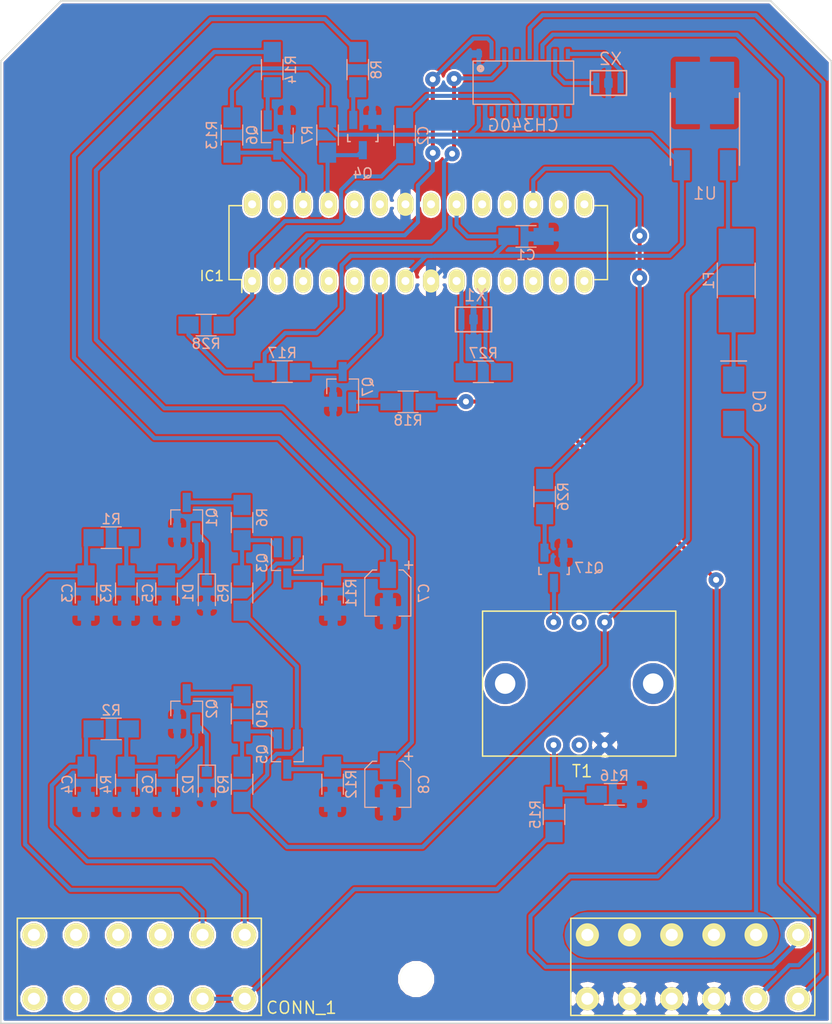
<source format=kicad_pcb>
(kicad_pcb (version 4) (host pcbnew 4.0.7-e2-6376~58~ubuntu16.04.1)
  (layers (0 F.Cu signal) (31 B.Cu signal) (34 B.Paste user) (35 F.Paste user) (36 B.SilkS user) (37 F.SilkS user) (38 B.Mask user) (39 F.Mask user) (44 Edge.Cuts user))
  (net 0 "")
  (net 1 GND)
  (net 2 "Net-(IC1-Pad4)")
  (net 3 "Net-(IC1-Pad5)")
  (net 4 "Net-(IC1-Pad6)")
  (net 5 "Net-(IC1-Pad9)")
  (net 6 "Net-(IC1-Pad10)")
  (net 7 "Net-(IC1-Pad11)")
  (net 8 "Net-(IC1-Pad12)")
  (net 9 "Net-(IC1-Pad13)")
  (net 10 "Net-(IC1-Pad14)")
  (net 11 "Net-(IC1-Pad15)")
  (net 12 "Net-(IC1-Pad16)")
  (net 13 "Net-(IC1-Pad17)")
  (net 14 "Net-(IC1-Pad18)")
  (net 15 "Net-(IC1-Pad19)")
  (net 16 "Net-(IC1-Pad21)")
  (net 17 "Net-(IC1-Pad23)")
  (net 18 "Net-(IC1-Pad24)")
  (net 19 "Net-(IC1-Pad25)")
  (net 20 "Net-(IC1-Pad26)")
  (net 21 "Net-(IC1-Pad27)")
  (net 22 "Net-(IC1-Pad28)")
  (net 23 "Net-(Q4-Pad1)")
  (net 24 "Net-(Q5-Pad1)")
  (net 25 "Net-(Q6-Pad1)")
  (net 26 "Net-(Q7-Pad1)")
  (net 27 "Net-(Q17-Pad1)")
  (net 28 "Net-(CONN_1-PadA6)")
  (net 29 "Net-(CONN_1-PadA5)")
  (net 30 "Net-(CONN_1-PadA4)")
  (net 31 +5V)
  (net 32 "Net-(CONN_1-PadA3)")
  (net 33 "Net-(CONN_1-PadA1)")
  (net 34 "Net-(CONN_1-PadB1)")
  (net 35 RXD)
  (net 36 "Net-(CONN_1-PadB6)")
  (net 37 TXD)
  (net 38 "Net-(C2-Pad1)")
  (net 39 "Net-(C2-Pad2)")
  (net 40 D-)
  (net 41 D+)
  (net 42 "Net-(D9-Pad1)")
  (net 43 "Net-(IC2-Pad4)")
  (net 44 "Net-(IC2-Pad7)")
  (net 45 "Net-(IC2-Pad8)")
  (net 46 "Net-(IC2-Pad15)")
  (net 47 "Net-(IC2-Pad14)")
  (net 48 "Net-(IC2-Pad12)")
  (net 49 "Net-(IC2-Pad11)")
  (net 50 "Net-(IC2-Pad10)")
  (net 51 "Net-(IC2-Pad9)")
  (net 52 "Net-(C3-Pad1)")
  (net 53 "Net-(C4-Pad1)")
  (net 54 "Net-(C5-Pad1)")
  (net 55 "Net-(C6-Pad1)")
  (net 56 "Net-(C7-Pad1)")
  (net 57 "Net-(C8-Pad1)")
  (net 58 "Net-(CONN_1-PadA7)")
  (net 59 "Net-(CONN_1-PadA8)")
  (net 60 "Net-(CONN_1-PadA9)")
  (net 61 "Net-(CONN_1-PadA10)")
  (net 62 "Net-(F1-Pad1)")
  (net 63 "Net-(Q1-Pad3)")
  (net 64 "Net-(Q2-Pad3)")
  (net 65 "Net-(Q3-Pad1)")
  (net 66 "Net-(Q17-Pad3)")
  (net 67 "Net-(R15-Pad1)")
  (net 68 "Net-(T1-Pad5)")
  (net 69 "Net-(T1-Pad2)")
  (module "flame-detect-pcb:DEUTSCH_CONN_(DTM13-12PA-12PB-R008)" (layer F.Cu) (at 146.431 137.672)
    (fp_text reference CONN_1 (at -11.3984 2.8508 180) (layer F.SilkS) (effects (font (size 1.2 1.2))))
    (fp_text value "DEUTSCH_CONN_(DTM13-12PA-12PB-R008)" hide)
    (pad A7 thru_hole circle (at -37.98 -4.39) (size 2.3 2.3) (drill 1.2) (layers *.Cu *.Mask F.SilkS) (net 58 "Net-(CONN_1-PadA7)"))
    (pad A6 thru_hole circle (at -37.98 1.96) (size 2.3 2.3) (drill 1.2) (layers *.Cu *.Mask F.SilkS) (net 28 "Net-(CONN_1-PadA6)"))
    (pad A8 thru_hole circle (at -33.79 -4.39) (size 2.3 2.3) (drill 1.2) (layers *.Cu *.Mask F.SilkS) (net 59 "Net-(CONN_1-PadA8)"))
    (pad A5 thru_hole circle (at -33.79 1.96) (size 2.3 2.3) (drill 1.2) (layers *.Cu *.Mask F.SilkS) (net 29 "Net-(CONN_1-PadA5)"))
    (pad A9 thru_hole circle (at -29.6 -4.39) (size 2.3 2.3) (drill 1.2) (layers *.Cu *.Mask F.SilkS) (net 60 "Net-(CONN_1-PadA9)"))
    (pad A4 thru_hole circle (at -29.6 1.96) (size 2.3 2.3) (drill 1.2) (layers *.Cu *.Mask F.SilkS) (net 30 "Net-(CONN_1-PadA4)"))
    (pad A10 thru_hole circle (at -25.41 -4.39) (size 2.3 2.3) (drill 1.2) (layers *.Cu *.Mask F.SilkS) (net 61 "Net-(CONN_1-PadA10)"))
    (pad A3 thru_hole circle (at -25.41 1.96) (size 2.3 2.3) (drill 1.2) (layers *.Cu *.Mask F.SilkS) (net 32 "Net-(CONN_1-PadA3)"))
    (pad A11 thru_hole circle (at -21.22 -4.39) (size 2.3 2.3) (drill 1.2) (layers *.Cu *.Mask F.SilkS) (net 52 "Net-(C3-Pad1)"))
    (pad A2 thru_hole circle (at -21.22 1.96) (size 2.3 2.3) (drill 1.2) (layers *.Cu *.Mask F.SilkS) (net 33 "Net-(CONN_1-PadA1)"))
    (pad A12 thru_hole circle (at -17.03 -4.39) (size 2.3 2.3) (drill 1.2) (layers *.Cu *.Mask F.SilkS) (net 53 "Net-(C4-Pad1)"))
    (pad A1 thru_hole circle (at -17.03 1.96) (size 2.3 2.3) (drill 1.2) (layers *.Cu *.Mask F.SilkS) (net 33 "Net-(CONN_1-PadA1)"))
    (pad B1 thru_hole circle (at 17.02 -4.39) (size 2.3 2.3) (drill 1.2) (layers *.Cu *.Mask F.SilkS) (net 34 "Net-(CONN_1-PadB1)"))
    (pad B12 thru_hole circle (at 17.02 1.96) (size 2.3 2.3) (drill 1.2) (layers *.Cu *.Mask F.SilkS) (net 1 GND))
    (pad B2 thru_hole circle (at 21.21 -4.39) (size 2.3 2.3) (drill 1.2) (layers *.Cu *.Mask F.SilkS) (net 34 "Net-(CONN_1-PadB1)"))
    (pad B11 thru_hole circle (at 21.21 1.96) (size 2.3 2.3) (drill 1.2) (layers *.Cu *.Mask F.SilkS) (net 1 GND))
    (pad B3 thru_hole circle (at 25.4 -4.39) (size 2.3 2.3) (drill 1.2) (layers *.Cu *.Mask F.SilkS) (net 34 "Net-(CONN_1-PadB1)"))
    (pad B10 thru_hole circle (at 25.4 1.96) (size 2.3 2.3) (drill 1.2) (layers *.Cu *.Mask F.SilkS) (net 1 GND))
    (pad B4 thru_hole circle (at 29.59 -4.39) (size 2.3 2.3) (drill 1.2) (layers *.Cu *.Mask F.SilkS) (net 34 "Net-(CONN_1-PadB1)"))
    (pad B9 thru_hole circle (at 29.59 1.96) (size 2.3 2.3) (drill 1.2) (layers *.Cu *.Mask F.SilkS) (net 1 GND))
    (pad B5 thru_hole circle (at 33.78 -4.39) (size 2.3 2.3) (drill 1.2) (layers *.Cu *.Mask F.SilkS) (net 34 "Net-(CONN_1-PadB1)"))
    (pad B8 thru_hole circle (at 33.78 1.96) (size 2.3 2.3) (drill 1.2) (layers *.Cu *.Mask F.SilkS) (net 40 D-))
    (pad B6 thru_hole circle (at 37.97 -4.39) (size 2.3 2.3) (drill 1.2) (layers *.Cu *.Mask F.SilkS) (net 36 "Net-(CONN_1-PadB6)"))
    (pad B7 thru_hole circle (at 37.97 1.96) (size 2.3 2.3) (drill 1.2) (layers *.Cu *.Mask F.SilkS) (net 41 D+))
    (pad "" np_thru_hole circle (at 0 0) (size 3.2 3.2) (drill 3.2) (layers *.Cu *.Mask F.SilkS))
  )
  (module TO_SOT_Packages_SMD:SOT-23_Handsoldering (layer B.Cu) (at 160.1326 96.8228)
    (fp_text reference Q17 (at 3.5 0) (layer B.SilkS) (effects (justify mirror)))
    (fp_text value MMBT2222)
    (pad 1 smd rect (at -0.95 -1.50114) (size 0.8001 1.80086) (layers B.Cu B.Paste B.Mask) (net 27 "Net-(Q17-Pad1)"))
    (pad 2 smd rect (at 0.95 -1.50114) (size 0.8001 1.80086) (layers B.Cu B.Paste B.Mask) (net 1 GND))
    (pad 3 smd rect (at 0 1.50114) (size 0.8001 1.80086) (layers B.Cu B.Paste B.Mask) (net 66 "Net-(Q17-Pad3)"))
  )
  (module TO_SOT_Packages_SMD:SOT-23_Handsoldering (layer B.Cu) (at 141.1326 53.8228)
    (fp_text reference Q4 (at 0 3.81) (layer B.SilkS) (effects (justify mirror)))
    (fp_text value MMBT2222)
    (pad 1 smd rect (at -0.95 -1.50114) (size 0.8001 1.80086) (layers B.Cu B.Paste B.Mask) (net 23 "Net-(Q4-Pad1)"))
    (pad 2 smd rect (at 0.95 -1.50114) (size 0.8001 1.80086) (layers B.Cu B.Paste B.Mask) (net 1 GND))
    (pad 3 smd rect (at 0 1.50114) (size 0.8001 1.80086) (layers B.Cu B.Paste B.Mask) (net 19 "Net-(IC1-Pad25)"))
  )
  (module Housings_DIP:DIP-28_W7.62mm_LongPads (layer F.Cu) (at 130.1326 68.3228 90)
    (fp_text reference IC1 (at 0.5 -4 180) (layer F.SilkS))
    (fp_text value ATMEGA328-P)
    (pad 1 thru_hole oval (at 0 0 90) (size 2.3 1.6) (drill 0.8) (layers *.Cu *.Mask F.SilkS) (net 38 "Net-(C2-Pad1)"))
    (pad 2 thru_hole oval (at 0 2.54 90) (size 2.3 1.6) (drill 0.8) (layers *.Cu *.Mask F.SilkS) (net 35 RXD))
    (pad 3 thru_hole oval (at 0 5.08 90) (size 2.3 1.6) (drill 0.8) (layers *.Cu *.Mask F.SilkS) (net 37 TXD))
    (pad 4 thru_hole oval (at 0 7.62 90) (size 2.3 1.6) (drill 0.8) (layers *.Cu *.Mask F.SilkS) (net 2 "Net-(IC1-Pad4)"))
    (pad 5 thru_hole oval (at 0 10.16 90) (size 2.3 1.6) (drill 0.8) (layers *.Cu *.Mask F.SilkS) (net 3 "Net-(IC1-Pad5)"))
    (pad 6 thru_hole oval (at 0 12.7 90) (size 2.3 1.6) (drill 0.8) (layers *.Cu *.Mask F.SilkS) (net 4 "Net-(IC1-Pad6)"))
    (pad 7 thru_hole oval (at 0 15.24 90) (size 2.3 1.6) (drill 0.8) (layers *.Cu *.Mask F.SilkS) (net 31 +5V))
    (pad 8 thru_hole oval (at 0 17.78 90) (size 2.3 1.6) (drill 0.8) (layers *.Cu *.Mask F.SilkS) (net 1 GND))
    (pad 9 thru_hole oval (at 0 20.32 90) (size 2.3 1.6) (drill 0.8) (layers *.Cu *.Mask F.SilkS) (net 5 "Net-(IC1-Pad9)"))
    (pad 10 thru_hole oval (at 0 22.86 90) (size 2.3 1.6) (drill 0.8) (layers *.Cu *.Mask F.SilkS) (net 6 "Net-(IC1-Pad10)"))
    (pad 11 thru_hole oval (at 0 25.4 90) (size 2.3 1.6) (drill 0.8) (layers *.Cu *.Mask F.SilkS) (net 7 "Net-(IC1-Pad11)"))
    (pad 12 thru_hole oval (at 0 27.94 90) (size 2.3 1.6) (drill 0.8) (layers *.Cu *.Mask F.SilkS) (net 8 "Net-(IC1-Pad12)"))
    (pad 13 thru_hole oval (at 0 30.48 90) (size 2.3 1.6) (drill 0.8) (layers *.Cu *.Mask F.SilkS) (net 9 "Net-(IC1-Pad13)"))
    (pad 14 thru_hole oval (at 0 33.02 90) (size 2.3 1.6) (drill 0.8) (layers *.Cu *.Mask F.SilkS) (net 10 "Net-(IC1-Pad14)"))
    (pad 15 thru_hole oval (at 7.62 33.02 90) (size 2.3 1.6) (drill 0.8) (layers *.Cu *.Mask F.SilkS) (net 11 "Net-(IC1-Pad15)"))
    (pad 16 thru_hole oval (at 7.62 30.48 90) (size 2.3 1.6) (drill 0.8) (layers *.Cu *.Mask F.SilkS) (net 12 "Net-(IC1-Pad16)"))
    (pad 17 thru_hole oval (at 7.62 27.94 90) (size 2.3 1.6) (drill 0.8) (layers *.Cu *.Mask F.SilkS) (net 13 "Net-(IC1-Pad17)"))
    (pad 18 thru_hole oval (at 7.62 25.4 90) (size 2.3 1.6) (drill 0.8) (layers *.Cu *.Mask F.SilkS) (net 14 "Net-(IC1-Pad18)"))
    (pad 19 thru_hole oval (at 7.62 22.86 90) (size 2.3 1.6) (drill 0.8) (layers *.Cu *.Mask F.SilkS) (net 15 "Net-(IC1-Pad19)"))
    (pad 20 thru_hole oval (at 7.62 20.32 90) (size 2.3 1.6) (drill 0.8) (layers *.Cu *.Mask F.SilkS) (net 31 +5V))
    (pad 21 thru_hole oval (at 7.62 17.78 90) (size 2.3 1.6) (drill 0.8) (layers *.Cu *.Mask F.SilkS) (net 16 "Net-(IC1-Pad21)"))
    (pad 22 thru_hole oval (at 7.62 15.24 90) (size 2.3 1.6) (drill 0.8) (layers *.Cu *.Mask F.SilkS) (net 1 GND))
    (pad 23 thru_hole oval (at 7.62 12.7 90) (size 2.3 1.6) (drill 0.8) (layers *.Cu *.Mask F.SilkS) (net 17 "Net-(IC1-Pad23)"))
    (pad 24 thru_hole oval (at 7.62 10.16 90) (size 2.3 1.6) (drill 0.8) (layers *.Cu *.Mask F.SilkS) (net 18 "Net-(IC1-Pad24)"))
    (pad 25 thru_hole oval (at 7.62 7.62 90) (size 2.3 1.6) (drill 0.8) (layers *.Cu *.Mask F.SilkS) (net 19 "Net-(IC1-Pad25)"))
    (pad 26 thru_hole oval (at 7.62 5.08 90) (size 2.3 1.6) (drill 0.8) (layers *.Cu *.Mask F.SilkS) (net 20 "Net-(IC1-Pad26)"))
    (pad 27 thru_hole oval (at 7.62 2.54 90) (size 2.3 1.6) (drill 0.8) (layers *.Cu *.Mask F.SilkS) (net 21 "Net-(IC1-Pad27)"))
    (pad 28 thru_hole oval (at 7.62 0 90) (size 2.3 1.6) (drill 0.8) (layers *.Cu *.Mask F.SilkS) (net 22 "Net-(IC1-Pad28)"))
  )
  (module "flame-detect-pcb:SCHOTTKY_(PMEG3030EP,115)" (layer B.Cu) (at 177.9826 80.2728 270)
    (fp_text reference D9 (at 0 -2.6 270) (layer B.SilkS) (effects (font (size 1.2 1.2)) (justify mirror)))
    (fp_text value D_Schottky hide)
    (pad 1 smd rect (at -2.2 0 270) (size 2.5 2.1) (layers B.Cu B.Paste B.Mask) (net 42 "Net-(D9-Pad1)"))
    (pad 2 smd rect (at 2.2 0 270) (size 2.5 2.1) (layers B.Cu B.Paste B.Mask) (net 34 "Net-(CONN_1-PadB1)"))
  )
  (module "flame-detect-pcb:REGULATOR_(NCV7805BDTRKG)" (layer B.Cu) (at 175.1326 56.8228 180)
    (fp_text reference U1 (at 0 -2.8 180) (layer B.SilkS) (effects (font (size 1.2 1.2)) (justify mirror)))
    (fp_text value NCV7805BDTRKG hide)
    (pad 1 smd rect (at -2.29 0 180) (size 1.6 3) (layers B.Cu B.Paste B.Mask) (net 62 "Net-(F1-Pad1)"))
    (pad 2 smd rect (at 0 7.18 180) (size 5.8 6.2) (layers B.Cu B.Paste B.Mask) (net 1 GND))
    (pad 3 smd rect (at 2.29 0 180) (size 1.6 3) (layers B.Cu B.Paste B.Mask) (net 31 +5V))
  )
  (module "flame-detect-pcb:RESONATOR_(CSTCE16M0V53C-R0)" (layer B.Cu) (at 152.1326 72.1428)
    (fp_text reference X1 (at 0.2 -2.4) (layer B.SilkS) (effects (font (size 1.2 1.2)) (justify mirror)))
    (fp_text value Crystal_GND2 hide)
    (pad 1 smd rect (at -1.2 0) (size 0.6 2) (layers B.Cu B.Paste B.Mask) (net 5 "Net-(IC1-Pad9)"))
    (pad 2 smd rect (at 0 0) (size 0.6 2) (layers B.Cu B.Paste B.Mask) (net 1 GND))
    (pad 3 smd rect (at 1.2 0) (size 0.6 2) (layers B.Cu B.Paste B.Mask) (net 6 "Net-(IC1-Pad10)"))
  )
  (module "flame-detect-pcb:R_1206_HandSoldering_(narrow)" (layer B.Cu) (at 157.3526 63.8928)
    (fp_text reference C1 (at 0 1.85) (layer B.SilkS) (effects (justify mirror)))
    (fp_text value 0.1uF)
    (pad 1 smd rect (at -1.75 0) (size 2 1.7) (layers B.Cu B.Paste B.Mask) (net 31 +5V))
    (pad 2 smd rect (at 1.75 0) (size 2 1.7) (layers B.Cu B.Paste B.Mask) (net 1 GND))
  )
  (module "flame-detect-pcb:R_1206_HandSoldering_(narrow)" (layer B.Cu) (at 145.2926 53.8728 90)
    (fp_text reference C2 (at 0 1.85 90) (layer B.SilkS) (effects (justify mirror)))
    (fp_text value 0.1uF)
    (pad 1 smd rect (at -1.75 0 90) (size 2 1.7) (layers B.Cu B.Paste B.Mask) (net 38 "Net-(C2-Pad1)"))
    (pad 2 smd rect (at 1.75 0 90) (size 2 1.7) (layers B.Cu B.Paste B.Mask) (net 39 "Net-(C2-Pad2)"))
  )
  (module Resistors_SMD:R_1812_HandSoldering (layer B.Cu) (at 178.2426 68.2728 270)
    (fp_text reference F1 (at 0 2.72 270) (layer B.SilkS) (effects (justify mirror)))
    (fp_text value Polyfuse)
    (pad 1 smd rect (at -3.4 0 270) (size 3.5 3.5) (layers B.Cu B.Paste B.Mask) (net 62 "Net-(F1-Pad1)"))
    (pad 2 smd rect (at 3.4 0 270) (size 3.5 3.5) (layers B.Cu B.Paste B.Mask) (net 42 "Net-(D9-Pad1)"))
  )
  (module flame-detect-pcb:CH340G (layer B.Cu) (at 157.0826 48.6128)
    (fp_text reference IC2 hide)
    (fp_text value CH340G (at 0 4.25) (layer B.SilkS) (effects (font (size 1.2 1.2)) (justify mirror)))
    (pad 1 smd rect (at -4.425 -2.845 180) (size 0.4 1) (layers B.Cu B.Paste B.Mask) (net 1 GND))
    (pad 2 smd rect (at -3.16 -2.845 180) (size 0.4 1) (layers B.Cu B.Paste B.Mask) (net 35 RXD))
    (pad 3 smd rect (at -1.895 -2.845 180) (size 0.4 1) (layers B.Cu B.Paste B.Mask) (net 37 TXD))
    (pad 4 smd rect (at -0.63 -2.845 180) (size 0.4 1) (layers B.Cu B.Paste B.Mask) (net 43 "Net-(IC2-Pad4)"))
    (pad 5 smd rect (at 0.635 -2.845 180) (size 0.4 1) (layers B.Cu B.Paste B.Mask) (net 41 D+))
    (pad 6 smd rect (at 1.9 -2.845 180) (size 0.4 1) (layers B.Cu B.Paste B.Mask) (net 40 D-))
    (pad 7 smd rect (at 3.165 -2.845 180) (size 0.4 1) (layers B.Cu B.Paste B.Mask) (net 44 "Net-(IC2-Pad7)"))
    (pad 8 smd rect (at 4.43 -2.845 180) (size 0.4 1) (layers B.Cu B.Paste B.Mask) (net 45 "Net-(IC2-Pad8)"))
    (pad 16 smd rect (at -4.425 2.855 180) (size 0.4 1) (layers B.Cu B.Paste B.Mask) (net 31 +5V))
    (pad 15 smd rect (at -3.16 2.855 180) (size 0.4 1) (layers B.Cu B.Paste B.Mask) (net 46 "Net-(IC2-Pad15)"))
    (pad 14 smd rect (at -1.895 2.855 180) (size 0.4 1) (layers B.Cu B.Paste B.Mask) (net 47 "Net-(IC2-Pad14)"))
    (pad 13 smd rect (at -0.63 2.855 180) (size 0.4 1) (layers B.Cu B.Paste B.Mask) (net 39 "Net-(C2-Pad2)"))
    (pad 12 smd rect (at 0.635 2.855 180) (size 0.4 1) (layers B.Cu B.Paste B.Mask) (net 48 "Net-(IC2-Pad12)"))
    (pad 11 smd rect (at 1.9 2.855 180) (size 0.4 1) (layers B.Cu B.Paste B.Mask) (net 49 "Net-(IC2-Pad11)"))
    (pad 10 smd rect (at 3.165 2.855 180) (size 0.4 1) (layers B.Cu B.Paste B.Mask) (net 50 "Net-(IC2-Pad10)"))
    (pad 9 smd rect (at 4.43 2.855 180) (size 0.4 1) (layers B.Cu B.Paste B.Mask) (net 51 "Net-(IC2-Pad9)"))
  )
  (module "flame-detect-pcb:R_1206_HandSoldering_(narrow)" (layer B.Cu) (at 137.6326 53.8228 90)
    (fp_text reference R7 (at 0 -2 90) (layer B.SilkS) (effects (justify mirror)))
    (fp_text value 10k)
    (pad 1 smd rect (at -1.75 0 90) (size 2 1.7) (layers B.Cu B.Paste B.Mask) (net 19 "Net-(IC1-Pad25)"))
    (pad 2 smd rect (at 1.75 0 90) (size 2 1.7) (layers B.Cu B.Paste B.Mask) (net 31 +5V))
  )
  (module "flame-detect-pcb:R_1206_HandSoldering_(narrow)" (layer B.Cu) (at 140.6326 47.3228 90)
    (fp_text reference R8 (at 0 1.85 90) (layer B.SilkS) (effects (justify mirror)))
    (fp_text value 10k)
    (pad 1 smd rect (at -1.75 0 90) (size 2 1.7) (layers B.Cu B.Paste B.Mask) (net 23 "Net-(Q4-Pad1)"))
    (pad 2 smd rect (at 1.75 0 90) (size 2 1.7) (layers B.Cu B.Paste B.Mask) (net 56 "Net-(C7-Pad1)"))
  )
  (module "flame-detect-pcb:R_1206_HandSoldering_(narrow)" (layer B.Cu) (at 159.2026 89.7428 90)
    (fp_text reference R26 (at 0 1.85 90) (layer B.SilkS) (effects (justify mirror)))
    (fp_text value 680)
    (pad 1 smd rect (at -1.75 0 90) (size 2 1.7) (layers B.Cu B.Paste B.Mask) (net 27 "Net-(Q17-Pad1)"))
    (pad 2 smd rect (at 1.75 0 90) (size 2 1.7) (layers B.Cu B.Paste B.Mask) (net 13 "Net-(IC1-Pad17)"))
  )
  (module "flame-detect-pcb:R_1206_HandSoldering_(narrow)" (layer B.Cu) (at 153.1126 77.3428 180)
    (fp_text reference R27 (at 0 1.85 180) (layer B.SilkS) (effects (justify mirror)))
    (fp_text value 1M)
    (pad 1 smd rect (at -1.75 0 180) (size 2 1.7) (layers B.Cu B.Paste B.Mask) (net 6 "Net-(IC1-Pad10)"))
    (pad 2 smd rect (at 1.75 0 180) (size 2 1.7) (layers B.Cu B.Paste B.Mask) (net 5 "Net-(IC1-Pad9)"))
  )
  (module "flame-detect-pcb:R_1206_HandSoldering_(narrow)" (layer B.Cu) (at 125.5626 72.7028)
    (fp_text reference R28 (at 0 1.85) (layer B.SilkS) (effects (justify mirror)))
    (fp_text value 1k)
    (pad 1 smd rect (at -1.75 0) (size 2 1.7) (layers B.Cu B.Paste B.Mask) (net 31 +5V))
    (pad 2 smd rect (at 1.75 0) (size 2 1.7) (layers B.Cu B.Paste B.Mask) (net 38 "Net-(C2-Pad1)"))
  )
  (module "flame-detect-pcb:RESONATOR_(CSTCE16M0V53C-R0)" (layer B.Cu) (at 165.5426 48.6528)
    (fp_text reference X2 (at 0.2 -2.4) (layer B.SilkS) (effects (font (size 1.2 1.2)) (justify mirror)))
    (fp_text value Crystal_GND2 hide)
    (pad 1 smd rect (at -1.2 0) (size 0.6 2) (layers B.Cu B.Paste B.Mask) (net 44 "Net-(IC2-Pad7)"))
    (pad 2 smd rect (at 0 0) (size 0.6 2) (layers B.Cu B.Paste B.Mask) (net 1 GND))
    (pad 3 smd rect (at 1.2 0) (size 0.6 2) (layers B.Cu B.Paste B.Mask) (net 45 "Net-(IC2-Pad8)"))
  )
  (module "flame-detect-pcb:R_1206_HandSoldering_(narrow)" (layer B.Cu) (at 113.6326 99.3228 270)
    (fp_text reference C3 (at 0 1.85 270) (layer B.SilkS) (effects (justify mirror)))
    (fp_text value 0.01uF)
    (pad 1 smd rect (at -1.75 0 270) (size 2 1.7) (layers B.Cu B.Paste B.Mask) (net 52 "Net-(C3-Pad1)"))
    (pad 2 smd rect (at 1.75 0 270) (size 2 1.7) (layers B.Cu B.Paste B.Mask) (net 1 GND))
  )
  (module "flame-detect-pcb:R_1206_HandSoldering_(narrow)" (layer B.Cu) (at 113.6326 118.3228 270)
    (fp_text reference C4 (at 0 1.85 270) (layer B.SilkS) (effects (justify mirror)))
    (fp_text value 0.01uF)
    (pad 1 smd rect (at -1.75 0 270) (size 2 1.7) (layers B.Cu B.Paste B.Mask) (net 53 "Net-(C4-Pad1)"))
    (pad 2 smd rect (at 1.75 0 270) (size 2 1.7) (layers B.Cu B.Paste B.Mask) (net 1 GND))
  )
  (module "flame-detect-pcb:R_1206_HandSoldering_(narrow)" (layer B.Cu) (at 121.6326 99.3228 270)
    (fp_text reference C5 (at 0 1.85 270) (layer B.SilkS) (effects (justify mirror)))
    (fp_text value 0.033uF)
    (pad 1 smd rect (at -1.75 0 270) (size 2 1.7) (layers B.Cu B.Paste B.Mask) (net 54 "Net-(C5-Pad1)"))
    (pad 2 smd rect (at 1.75 0 270) (size 2 1.7) (layers B.Cu B.Paste B.Mask) (net 1 GND))
  )
  (module "flame-detect-pcb:R_1206_HandSoldering_(narrow)" (layer B.Cu) (at 121.6326 118.3228 270)
    (fp_text reference C6 (at 0 1.85 270) (layer B.SilkS) (effects (justify mirror)))
    (fp_text value 0.033uF)
    (pad 1 smd rect (at -1.75 0 270) (size 2 1.7) (layers B.Cu B.Paste B.Mask) (net 55 "Net-(C6-Pad1)"))
    (pad 2 smd rect (at 1.75 0 270) (size 2 1.7) (layers B.Cu B.Paste B.Mask) (net 1 GND))
  )
  (module Capacitors_SMD:CP_Elec_4x4.5 (layer B.Cu) (at 143.6326 99.3228 270)
    (fp_text reference C7 (at 0 -3.58 450) (layer B.SilkS) (effects (justify mirror)))
    (fp_text value 10uF)
    (fp_text user + (at -2.78 -1.99 450) (layer B.SilkS) (effects (justify mirror)))
    (pad 1 smd rect (at -1.8 0 90) (size 2.6 1.6) (layers B.Cu B.Paste B.Mask) (net 56 "Net-(C7-Pad1)"))
    (pad 2 smd rect (at 1.8 0 90) (size 2.6 1.6) (layers B.Cu B.Paste B.Mask) (net 1 GND))
  )
  (module Capacitors_SMD:CP_Elec_4x4.5 (layer B.Cu) (at 143.6326 118.3228 270)
    (fp_text reference C8 (at 0 -3.58 450) (layer B.SilkS) (effects (justify mirror)))
    (fp_text value 10uF)
    (fp_text user + (at -2.78 -1.99 450) (layer B.SilkS) (effects (justify mirror)))
    (pad 1 smd rect (at -1.8 0 90) (size 2.6 1.6) (layers B.Cu B.Paste B.Mask) (net 57 "Net-(C8-Pad1)"))
    (pad 2 smd rect (at 1.8 0 90) (size 2.6 1.6) (layers B.Cu B.Paste B.Mask) (net 1 GND))
  )
  (module Diodes_SMD:D_SOD-323_HandSoldering (layer B.Cu) (at 125.6326 99.3228 270)
    (fp_text reference D1 (at 0 1.85 270) (layer B.SilkS) (effects (justify mirror)))
    (fp_text value 4148)
    (pad 1 smd rect (at -1.25 0 270) (size 1 1) (layers B.Cu B.Paste B.Mask) (net 54 "Net-(C5-Pad1)"))
    (pad 2 smd rect (at 1.25 0 270) (size 1 1) (layers B.Cu B.Paste B.Mask) (net 1 GND))
  )
  (module Diodes_SMD:D_SOD-323_HandSoldering (layer B.Cu) (at 125.6326 118.3228 270)
    (fp_text reference D2 (at 0 1.85 270) (layer B.SilkS) (effects (justify mirror)))
    (fp_text value 4148)
    (pad 1 smd rect (at -1.25 0 270) (size 1 1) (layers B.Cu B.Paste B.Mask) (net 55 "Net-(C6-Pad1)"))
    (pad 2 smd rect (at 1.25 0 270) (size 1 1) (layers B.Cu B.Paste B.Mask) (net 1 GND))
  )
  (module TO_SOT_Packages_SMD:SOT-23_Handsoldering (layer B.Cu) (at 123.6326 91.8228 90)
    (fp_text reference Q1 (at 0 2.5 90) (layer B.SilkS) (effects (justify mirror)))
    (fp_text value MMBT2222)
    (pad 1 smd rect (at -1.5 0.95 90) (size 1.9 0.8) (layers B.Cu B.Paste B.Mask) (net 54 "Net-(C5-Pad1)"))
    (pad 2 smd rect (at -1.5 -0.95 90) (size 1.9 0.8) (layers B.Cu B.Paste B.Mask) (net 1 GND))
    (pad 3 smd rect (at 1.5 0 90) (size 1.9 0.8) (layers B.Cu B.Paste B.Mask) (net 63 "Net-(Q1-Pad3)"))
  )
  (module TO_SOT_Packages_SMD:SOT-23_Handsoldering (layer B.Cu) (at 123.6326 110.8228 90)
    (fp_text reference Q2 (at 0 2.5 90) (layer B.SilkS) (effects (justify mirror)))
    (fp_text value MMBT2222)
    (pad 1 smd rect (at -1.5 0.95 90) (size 1.9 0.8) (layers B.Cu B.Paste B.Mask) (net 55 "Net-(C6-Pad1)"))
    (pad 2 smd rect (at -1.5 -0.95 90) (size 1.9 0.8) (layers B.Cu B.Paste B.Mask) (net 1 GND))
    (pad 3 smd rect (at 1.5 0 90) (size 1.9 0.8) (layers B.Cu B.Paste B.Mask) (net 64 "Net-(Q2-Pad3)"))
  )
  (module TO_SOT_Packages_SMD:SOT-23_Handsoldering (layer B.Cu) (at 133.6326 96.3228 270)
    (fp_text reference Q3 (at 0 2.5 270) (layer B.SilkS) (effects (justify mirror)))
    (fp_text value MMBT2907)
    (pad 1 smd rect (at -1.5 0.95 270) (size 1.9 0.8) (layers B.Cu B.Paste B.Mask) (net 65 "Net-(Q3-Pad1)"))
    (pad 2 smd rect (at -1.5 -0.95 270) (size 1.9 0.8) (layers B.Cu B.Paste B.Mask) (net 62 "Net-(F1-Pad1)"))
    (pad 3 smd rect (at 1.5 0 270) (size 1.9 0.8) (layers B.Cu B.Paste B.Mask) (net 56 "Net-(C7-Pad1)"))
  )
  (module TO_SOT_Packages_SMD:SOT-23_Handsoldering (layer B.Cu) (at 133.6326 115.3228 270)
    (fp_text reference Q5 (at 0 2.5 270) (layer B.SilkS) (effects (justify mirror)))
    (fp_text value MMBT2907)
    (pad 1 smd rect (at -1.5 0.95 270) (size 1.9 0.8) (layers B.Cu B.Paste B.Mask) (net 24 "Net-(Q5-Pad1)"))
    (pad 2 smd rect (at -1.5 -0.95 270) (size 1.9 0.8) (layers B.Cu B.Paste B.Mask) (net 62 "Net-(F1-Pad1)"))
    (pad 3 smd rect (at 1.5 0 270) (size 1.9 0.8) (layers B.Cu B.Paste B.Mask) (net 57 "Net-(C8-Pad1)"))
  )
  (module TO_SOT_Packages_SMD:SOT-23_Handsoldering (layer B.Cu) (at 132.6326 53.8228 270)
    (fp_text reference Q6 (at 0 2.5 270) (layer B.SilkS) (effects (justify mirror)))
    (fp_text value MMBT2222)
    (pad 1 smd rect (at -1.5 0.95 270) (size 1.9 0.8) (layers B.Cu B.Paste B.Mask) (net 25 "Net-(Q6-Pad1)"))
    (pad 2 smd rect (at -1.5 -0.95 270) (size 1.9 0.8) (layers B.Cu B.Paste B.Mask) (net 1 GND))
    (pad 3 smd rect (at 1.5 0 270) (size 1.9 0.8) (layers B.Cu B.Paste B.Mask) (net 20 "Net-(IC1-Pad26)"))
  )
  (module TO_SOT_Packages_SMD:SOT-23_Handsoldering (layer B.Cu) (at 139.1326 78.8228 90)
    (fp_text reference Q7 (at 0 2.5 90) (layer B.SilkS) (effects (justify mirror)))
    (fp_text value MMBT2222)
    (pad 1 smd rect (at -1.5 0.95 90) (size 1.9 0.8) (layers B.Cu B.Paste B.Mask) (net 26 "Net-(Q7-Pad1)"))
    (pad 2 smd rect (at -1.5 -0.95 90) (size 1.9 0.8) (layers B.Cu B.Paste B.Mask) (net 1 GND))
    (pad 3 smd rect (at 1.5 0 90) (size 1.9 0.8) (layers B.Cu B.Paste B.Mask) (net 4 "Net-(IC1-Pad6)"))
  )
  (module "flame-detect-pcb:R_1206_HandSoldering_(narrow)" (layer B.Cu) (at 116.1326 93.8228 180)
    (fp_text reference R1 (at 0 1.85 180) (layer B.SilkS) (effects (justify mirror)))
    (fp_text value 500k)
    (pad 1 smd rect (at -1.75 0 180) (size 2 1.7) (layers B.Cu B.Paste B.Mask) (net 54 "Net-(C5-Pad1)"))
    (pad 2 smd rect (at 1.75 0 180) (size 2 1.7) (layers B.Cu B.Paste B.Mask) (net 52 "Net-(C3-Pad1)"))
  )
  (module "flame-detect-pcb:R_1206_HandSoldering_(narrow)" (layer B.Cu) (at 116.1326 112.8228 180)
    (fp_text reference R2 (at 0 1.85 180) (layer B.SilkS) (effects (justify mirror)))
    (fp_text value 500k)
    (pad 1 smd rect (at -1.75 0 180) (size 2 1.7) (layers B.Cu B.Paste B.Mask) (net 55 "Net-(C6-Pad1)"))
    (pad 2 smd rect (at 1.75 0 180) (size 2 1.7) (layers B.Cu B.Paste B.Mask) (net 53 "Net-(C4-Pad1)"))
  )
  (module "flame-detect-pcb:R_1206_HandSoldering_(narrow)" (layer B.Cu) (at 117.6326 99.3228 90)
    (fp_text reference R3 (at 0 -2 90) (layer B.SilkS) (effects (justify mirror)))
    (fp_text value 10M)
    (pad 1 smd rect (at -1.75 0 90) (size 2 1.7) (layers B.Cu B.Paste B.Mask) (net 1 GND))
    (pad 2 smd rect (at 1.75 0 90) (size 2 1.7) (layers B.Cu B.Paste B.Mask) (net 54 "Net-(C5-Pad1)"))
  )
  (module "flame-detect-pcb:R_1206_HandSoldering_(narrow)" (layer B.Cu) (at 117.6326 118.3228 90)
    (fp_text reference R4 (at 0 -2 90) (layer B.SilkS) (effects (justify mirror)))
    (fp_text value 10M)
    (pad 1 smd rect (at -1.75 0 90) (size 2 1.7) (layers B.Cu B.Paste B.Mask) (net 1 GND))
    (pad 2 smd rect (at 1.75 0 90) (size 2 1.7) (layers B.Cu B.Paste B.Mask) (net 55 "Net-(C6-Pad1)"))
  )
  (module "flame-detect-pcb:R_1206_HandSoldering_(narrow)" (layer B.Cu) (at 129.1326 99.3228 270)
    (fp_text reference R5 (at 0 1.85 270) (layer B.SilkS) (effects (justify mirror)))
    (fp_text value 100k)
    (pad 1 smd rect (at -1.75 0 270) (size 2 1.7) (layers B.Cu B.Paste B.Mask) (net 65 "Net-(Q3-Pad1)"))
    (pad 2 smd rect (at 1.75 0 270) (size 2 1.7) (layers B.Cu B.Paste B.Mask) (net 62 "Net-(F1-Pad1)"))
  )
  (module "flame-detect-pcb:R_1206_HandSoldering_(narrow)" (layer B.Cu) (at 129.1326 92.3228 270)
    (fp_text reference R6 (at -0.5 -2 270) (layer B.SilkS) (effects (justify mirror)))
    (fp_text value 10k)
    (pad 1 smd rect (at -1.75 0 270) (size 2 1.7) (layers B.Cu B.Paste B.Mask) (net 63 "Net-(Q1-Pad3)"))
    (pad 2 smd rect (at 1.75 0 270) (size 2 1.7) (layers B.Cu B.Paste B.Mask) (net 65 "Net-(Q3-Pad1)"))
  )
  (module "flame-detect-pcb:R_1206_HandSoldering_(narrow)" (layer B.Cu) (at 129.1326 118.3228 270)
    (fp_text reference R9 (at 0 1.85 270) (layer B.SilkS) (effects (justify mirror)))
    (fp_text value 100k)
    (pad 1 smd rect (at -1.75 0 270) (size 2 1.7) (layers B.Cu B.Paste B.Mask) (net 24 "Net-(Q5-Pad1)"))
    (pad 2 smd rect (at 1.75 0 270) (size 2 1.7) (layers B.Cu B.Paste B.Mask) (net 62 "Net-(F1-Pad1)"))
  )
  (module "flame-detect-pcb:R_1206_HandSoldering_(narrow)" (layer B.Cu) (at 129.1326 111.3228 270)
    (fp_text reference R10 (at 0 -2 270) (layer B.SilkS) (effects (justify mirror)))
    (fp_text value 10k)
    (pad 1 smd rect (at -1.75 0 270) (size 2 1.7) (layers B.Cu B.Paste B.Mask) (net 64 "Net-(Q2-Pad3)"))
    (pad 2 smd rect (at 1.75 0 270) (size 2 1.7) (layers B.Cu B.Paste B.Mask) (net 24 "Net-(Q5-Pad1)"))
  )
  (module "flame-detect-pcb:R_1206_HandSoldering_(narrow)" (layer B.Cu) (at 138.1326 99.3228 90)
    (fp_text reference R11 (at 0 1.85 90) (layer B.SilkS) (effects (justify mirror)))
    (fp_text value 10k)
    (pad 1 smd rect (at -1.75 0 90) (size 2 1.7) (layers B.Cu B.Paste B.Mask) (net 1 GND))
    (pad 2 smd rect (at 1.75 0 90) (size 2 1.7) (layers B.Cu B.Paste B.Mask) (net 56 "Net-(C7-Pad1)"))
  )
  (module "flame-detect-pcb:R_1206_HandSoldering_(narrow)" (layer B.Cu) (at 138.1326 118.3228 90)
    (fp_text reference R12 (at 0 1.85 90) (layer B.SilkS) (effects (justify mirror)))
    (fp_text value 10k)
    (pad 1 smd rect (at -1.75 0 90) (size 2 1.7) (layers B.Cu B.Paste B.Mask) (net 1 GND))
    (pad 2 smd rect (at 1.75 0 90) (size 2 1.7) (layers B.Cu B.Paste B.Mask) (net 57 "Net-(C8-Pad1)"))
  )
  (module "flame-detect-pcb:R_1206_HandSoldering_(narrow)" (layer B.Cu) (at 128.1326 53.8228 90)
    (fp_text reference R13 (at 0 -2 90) (layer B.SilkS) (effects (justify mirror)))
    (fp_text value 10k)
    (pad 1 smd rect (at -1.75 0 90) (size 2 1.7) (layers B.Cu B.Paste B.Mask) (net 20 "Net-(IC1-Pad26)"))
    (pad 2 smd rect (at 1.75 0 90) (size 2 1.7) (layers B.Cu B.Paste B.Mask) (net 31 +5V))
  )
  (module "flame-detect-pcb:R_1206_HandSoldering_(narrow)" (layer B.Cu) (at 132.1326 47.3228 90)
    (fp_text reference R14 (at 0 1.85 90) (layer B.SilkS) (effects (justify mirror)))
    (fp_text value 10k)
    (pad 1 smd rect (at -1.75 0 90) (size 2 1.7) (layers B.Cu B.Paste B.Mask) (net 25 "Net-(Q6-Pad1)"))
    (pad 2 smd rect (at 1.75 0 90) (size 2 1.7) (layers B.Cu B.Paste B.Mask) (net 57 "Net-(C8-Pad1)"))
  )
  (module "flame-detect-pcb:R_1206_HandSoldering_(narrow)" (layer B.Cu) (at 160.1326 121.3228 270)
    (fp_text reference R15 (at 0 1.85 270) (layer B.SilkS) (effects (justify mirror)))
    (fp_text value 10k)
    (pad 1 smd rect (at -1.75 0 270) (size 2 1.7) (layers B.Cu B.Paste B.Mask) (net 67 "Net-(R15-Pad1)"))
    (pad 2 smd rect (at 1.75 0 270) (size 2 1.7) (layers B.Cu B.Paste B.Mask) (net 33 "Net-(CONN_1-PadA1)"))
  )
  (module "flame-detect-pcb:R_1206_HandSoldering_(narrow)" (layer B.Cu) (at 166.1326 119.3228 180)
    (fp_text reference R16 (at 0 1.85 180) (layer B.SilkS) (effects (justify mirror)))
    (fp_text value 10M)
    (pad 1 smd rect (at -1.75 0 180) (size 2 1.7) (layers B.Cu B.Paste B.Mask) (net 1 GND))
    (pad 2 smd rect (at 1.75 0 180) (size 2 1.7) (layers B.Cu B.Paste B.Mask) (net 67 "Net-(R15-Pad1)"))
  )
  (module "flame-detect-pcb:R_1206_HandSoldering_(narrow)" (layer B.Cu) (at 133.1326 77.3228 180)
    (fp_text reference R17 (at 0 1.85 180) (layer B.SilkS) (effects (justify mirror)))
    (fp_text value 10k)
    (pad 1 smd rect (at -1.75 0 180) (size 2 1.7) (layers B.Cu B.Paste B.Mask) (net 4 "Net-(IC1-Pad6)"))
    (pad 2 smd rect (at 1.75 0 180) (size 2 1.7) (layers B.Cu B.Paste B.Mask) (net 31 +5V))
  )
  (module "flame-detect-pcb:R_1206_HandSoldering_(narrow)" (layer B.Cu) (at 145.6326 80.3228)
    (fp_text reference R18 (at 0 1.85) (layer B.SilkS) (effects (justify mirror)))
    (fp_text value 10k)
    (pad 1 smd rect (at -1.75 0) (size 2 1.7) (layers B.Cu B.Paste B.Mask) (net 26 "Net-(Q7-Pad1)"))
    (pad 2 smd rect (at 1.75 0) (size 2 1.7) (layers B.Cu B.Paste B.Mask) (net 36 "Net-(CONN_1-PadB6)"))
  )
  (module "flame-detect-pcb:TRANSFORMER_(42TL013-RC)" (layer F.Cu) (at 162.6326 108.3228)
    (fp_text reference T1 (at 0.3 8.7 180) (layer F.SilkS) (effects (font (size 1.2 1.2))))
    (fp_text value "TRANSFORMER_(42TL013-RC)" hide)
    (pad 8 thru_hole circle (at -7.3533 0) (size 4.064 4.064) (drill 2.032) (layers *.Cu *.Mask))
    (pad 6 thru_hole circle (at -2.54 -6.095) (size 1.5 1.5) (drill 0.6) (layers *.Cu *.Mask) (net 66 "Net-(Q17-Pad3)"))
    (pad 1 thru_hole circle (at -2.54 6.095) (size 1.5 1.5) (drill 0.6) (layers *.Cu *.Mask) (net 67 "Net-(R15-Pad1)"))
    (pad 5 thru_hole circle (at 0 -6.095) (size 1.5 1.5) (drill 0.6) (layers *.Cu *.Mask) (net 68 "Net-(T1-Pad5)"))
    (pad 2 thru_hole circle (at 0 6.095) (size 1.5 1.5) (drill 0.6) (layers *.Cu *.Mask) (net 69 "Net-(T1-Pad2)"))
    (pad 4 thru_hole circle (at 2.54 -6.095) (size 1.5 1.5) (drill 0.6) (layers *.Cu *.Mask) (net 62 "Net-(F1-Pad1)"))
    (pad 3 thru_hole circle (at 2.54 6.095) (size 1.5 1.5) (drill 0.6) (layers *.Cu *.Mask) (net 1 GND))
    (pad 7 thru_hole circle (at 7.3533 0) (size 4.064 4.064) (drill 2.032) (layers *.Cu *.Mask))
  )
  (gr_line (start 187.706 46.482) (end 181.656 40.482) (angle 90) (layer Edge.Cuts) (width 0.15))
  (gr_line (start 105.156 46.482) (end 111.156 40.482) (angle 90) (layer Edge.Cuts) (width 0.15))
  (gr_line (start 111.156 40.482) (end 181.656 40.482) (angle 90) (layer Edge.Cuts) (width 0.15))
  (gr_line (start 105.156 142.082) (end 187.706 142.082) (angle 90) (layer Edge.Cuts) (width 0.15))
  (gr_line (start 187.706 46.482) (end 187.706 142.082) (angle 90) (layer Edge.Cuts) (width 0.15))
  (gr_line (start 105.156 46.482) (end 105.156 142.082) (angle 90) (layer Edge.Cuts) (width 0.15))
  (segment (start 152.1326 72.1428) (end 152.1326 70.2628) (width 0.4) (layer B.Cu) (net 1))
  (segment (start 152.1326 70.2628) (end 151.7126 69.8428) (width 0.4) (layer B.Cu) (net 1))
  (segment (start 151.7126 69.8428) (end 151.7126 67.3028) (width 0.4) (layer B.Cu) (net 1))
  (segment (start 151.7126 67.3028) (end 150.8826 66.4728) (width 0.4) (layer B.Cu) (net 1))
  (segment (start 150.8826 66.4728) (end 149.7626 66.4728) (width 0.4) (layer B.Cu) (net 1))
  (segment (start 149.7626 66.4728) (end 147.9126 68.3228) (width 0.4) (layer B.Cu) (net 1))
  (segment (start 139.1326 77.3228) (end 142.8326 73.6228) (width 0.4) (layer B.Cu) (net 4))
  (segment (start 142.8326 73.6228) (end 142.8326 68.3228) (width 0.4) (layer B.Cu) (net 4))
  (segment (start 134.8826 77.3228) (end 139.1326 77.3228) (width 0.4) (layer B.Cu) (net 4))
  (segment (start 142.8326 68.3228) (end 142.6326 68.5228) (width 0.4) (layer B.Cu) (net 4))
  (segment (start 150.4526 68.3228) (end 150.9326 68.8028) (width 0.4) (layer B.Cu) (net 5))
  (segment (start 150.9326 68.8028) (end 150.9326 72.1428) (width 0.4) (layer B.Cu) (net 5))
  (segment (start 150.9326 72.1428) (end 150.9326 76.4428) (width 0.4) (layer B.Cu) (net 5))
  (segment (start 150.9326 76.4428) (end 151.1326 76.6428) (width 0.4) (layer B.Cu) (net 5))
  (segment (start 153.3326 72.1428) (end 153.3326 68.6628) (width 0.4) (layer B.Cu) (net 6))
  (segment (start 153.3326 68.6628) (end 152.9926 68.3228) (width 0.4) (layer B.Cu) (net 6))
  (segment (start 154.8826 77.3228) (end 153.3326 75.7728) (width 0.4) (layer B.Cu) (net 6))
  (segment (start 153.3326 75.7728) (end 153.3326 72.1428) (width 0.4) (layer B.Cu) (net 6))
  (segment (start 154.8326 77.3228) (end 155.1326 77.3228) (width 0.4) (layer B.Cu) (net 6))
  (segment (start 160.6126 60.7028) (end 160.6126 61.0828) (width 0.4) (layer B.Cu) (net 12))
  (segment (start 159.2026 87.9928) (end 168.6426 78.5528) (width 0.4) (layer B.Cu) (net 13))
  (segment (start 158.0726 58.3128) (end 158.0726 60.7028) (width 0.4) (layer B.Cu) (net 13))
  (segment (start 159.2226 57.1628) (end 158.0726 58.3128) (width 0.4) (layer B.Cu) (net 13))
  (segment (start 165.8026 57.1628) (end 159.2226 57.1628) (width 0.4) (layer B.Cu) (net 13))
  (segment (start 168.6426 60.0028) (end 165.8026 57.1628) (width 0.4) (layer B.Cu) (net 13))
  (segment (start 168.6426 63.8328) (end 168.6426 60.0028) (width 0.4) (layer B.Cu) (net 13))
  (via (at 168.6426 63.8328) (size 1.5) (drill 0.6) (layers F.Cu B.Cu) (net 13))
  (segment (start 168.6426 68.0128) (end 168.6426 63.8328) (width 0.4) (layer F.Cu) (net 13))
  (via (at 168.6426 68.0128) (size 1.5) (drill 0.6) (layers F.Cu B.Cu) (net 13))
  (segment (start 168.6426 78.5528) (end 168.6426 68.0128) (width 0.4) (layer B.Cu) (net 13))
  (segment (start 137.6326 55.8228) (end 140.63374 55.8228) (width 0.4) (layer B.Cu) (net 19))
  (segment (start 140.63374 55.8228) (end 141.1326 55.32394) (width 0.4) (layer B.Cu) (net 19))
  (segment (start 137.6326 55.8228) (end 137.6326 60.5828) (width 0.4) (layer B.Cu) (net 19))
  (segment (start 137.6326 60.5828) (end 137.7526 60.7028) (width 0.4) (layer B.Cu) (net 19))
  (segment (start 135.2126 60.7028) (end 135.2126 57.9028) (width 0.4) (layer B.Cu) (net 20))
  (segment (start 135.2126 57.9028) (end 132.6326 55.3228) (width 0.4) (layer B.Cu) (net 20))
  (segment (start 128.1326 55.5728) (end 132.3826 55.5728) (width 0.4) (layer B.Cu) (net 20))
  (segment (start 132.3826 55.5728) (end 132.6326 55.3228) (width 0.4) (layer B.Cu) (net 20))
  (segment (start 140.1826 52.32166) (end 140.1826 49.7728) (width 0.4) (layer B.Cu) (net 23))
  (segment (start 140.1826 49.7728) (end 140.6326 49.3228) (width 0.4) (layer B.Cu) (net 23))
  (segment (start 129.1326 116.5728) (end 129.1326 113.0728) (width 0.4) (layer B.Cu) (net 24))
  (segment (start 129.1326 113.0728) (end 131.9326 113.0728) (width 0.4) (layer B.Cu) (net 24))
  (segment (start 131.9326 113.0728) (end 132.6826 113.8228) (width 0.4) (layer B.Cu) (net 24))
  (segment (start 131.6826 52.3228) (end 131.6826 49.5228) (width 0.4) (layer B.Cu) (net 25))
  (segment (start 131.6826 49.5228) (end 132.1326 49.0728) (width 0.4) (layer B.Cu) (net 25))
  (segment (start 131.6826 49.5228) (end 132.1326 49.0728) (width 0.4) (layer B.Cu) (net 25))
  (segment (start 140.0826 80.3228) (end 143.8826 80.3228) (width 0.4) (layer B.Cu) (net 26))
  (segment (start 159.2026 91.4928) (end 159.2026 94.8328) (width 0.4) (layer B.Cu) (net 27))
  (segment (start 159.2026 94.8328) (end 159.5926 95.2228) (width 0.4) (layer B.Cu) (net 27))
  (segment (start 159.1826 95.32166) (end 159.3826 95.12166) (width 0.4) (layer B.Cu) (net 27))
  (segment (start 112.641 139.632) (end 111.8318 139.632) (width 0.4) (layer F.Cu) (net 29))
  (segment (start 116.831 139.632) (end 115.8118 139.632) (width 0.4) (layer F.Cu) (net 30))
  (segment (start 147.9826 65.8228) (end 139.9526 65.8228) (width 0.4) (layer B.Cu) (net 31))
  (segment (start 131.3826 75.5328) (end 131.3826 77.3228) (width 0.4) (layer B.Cu) (net 31))
  (segment (start 133.4226 73.4928) (end 131.3826 75.5328) (width 0.4) (layer B.Cu) (net 31))
  (segment (start 136.5526 73.4928) (end 133.4226 73.4928) (width 0.4) (layer B.Cu) (net 31))
  (segment (start 139.0226 71.0228) (end 136.5526 73.4928) (width 0.4) (layer B.Cu) (net 31))
  (segment (start 139.0226 66.7528) (end 139.0226 71.0228) (width 0.4) (layer B.Cu) (net 31))
  (segment (start 139.9526 65.8228) (end 139.0226 66.7528) (width 0.4) (layer B.Cu) (net 31))
  (segment (start 131.3826 77.3228) (end 127.4526 77.3228) (width 0.4) (layer B.Cu) (net 31))
  (segment (start 127.4526 77.3228) (end 123.8126 73.6828) (width 0.4) (layer B.Cu) (net 31))
  (segment (start 123.8126 73.6828) (end 123.8126 72.7028) (width 0.4) (layer B.Cu) (net 31))
  (segment (start 128.1326 52.0728) (end 128.1326 49.3428) (width 0.4) (layer B.Cu) (net 31))
  (segment (start 128.1326 49.3428) (end 130.2726 47.2028) (width 0.4) (layer B.Cu) (net 31))
  (segment (start 130.2726 47.2028) (end 135.8626 47.2028) (width 0.4) (layer B.Cu) (net 31))
  (segment (start 135.8626 47.2028) (end 137.6326 48.9728) (width 0.4) (layer B.Cu) (net 31))
  (segment (start 137.6326 48.9728) (end 137.6326 52.0728) (width 0.4) (layer B.Cu) (net 31))
  (segment (start 155.6026 63.8928) (end 151.5526 63.8928) (width 0.4) (layer B.Cu) (net 31))
  (segment (start 150.4526 62.7928) (end 150.4526 60.7028) (width 0.4) (layer B.Cu) (net 31))
  (segment (start 151.5526 63.8928) (end 150.4526 62.7928) (width 0.4) (layer B.Cu) (net 31))
  (segment (start 155.6026 63.8928) (end 155.6026 64.3828) (width 0.4) (layer B.Cu) (net 31))
  (segment (start 155.6026 64.3828) (end 154.1626 65.8228) (width 0.4) (layer B.Cu) (net 31))
  (segment (start 152.6576 51.4678) (end 152.6576 52.8978) (width 0.4) (layer B.Cu) (net 31))
  (segment (start 152.6576 52.8978) (end 151.7726 53.7828) (width 0.4) (layer B.Cu) (net 31))
  (segment (start 145.3726 68.3228) (end 145.3726 67.8828) (width 0.4) (layer B.Cu) (net 31))
  (segment (start 145.3726 67.8828) (end 147.4326 65.8228) (width 0.4) (layer B.Cu) (net 31))
  (segment (start 147.4326 65.8228) (end 147.9826 65.8228) (width 0.4) (layer B.Cu) (net 31))
  (segment (start 147.9826 65.8228) (end 148.2826 65.8228) (width 0.4) (layer B.Cu) (net 31))
  (segment (start 172.8426 64.6128) (end 172.8426 56.8228) (width 0.4) (layer B.Cu) (net 31))
  (segment (start 148.2826 65.8228) (end 154.1626 65.8228) (width 0.4) (layer B.Cu) (net 31))
  (segment (start 154.1626 65.8228) (end 171.6326 65.8228) (width 0.4) (layer B.Cu) (net 31))
  (segment (start 171.6326 65.8228) (end 172.8426 64.6128) (width 0.4) (layer B.Cu) (net 31))
  (segment (start 145.3726 68.3228) (end 145.3726 68.5628) (width 0.4) (layer B.Cu) (net 31))
  (segment (start 172.3626 57.3028) (end 172.8426 56.8228) (width 0.4) (layer B.Cu) (net 31))
  (segment (start 137.6326 51.8228) (end 137.6326 52.8328) (width 0.4) (layer B.Cu) (net 31))
  (segment (start 137.6326 52.8328) (end 138.5826 53.7828) (width 0.4) (layer B.Cu) (net 31))
  (segment (start 172.8426 56.8228) (end 169.8026 53.7828) (width 0.4) (layer B.Cu) (net 31))
  (segment (start 162.6926 53.7828) (end 155.6826 53.7828) (width 0.4) (layer B.Cu) (net 31))
  (segment (start 169.8026 53.7828) (end 162.6926 53.7828) (width 0.4) (layer B.Cu) (net 31))
  (segment (start 155.6826 53.7828) (end 151.7726 53.7828) (width 0.4) (layer B.Cu) (net 31))
  (segment (start 151.7726 53.7828) (end 147.9326 53.7828) (width 0.4) (layer B.Cu) (net 31))
  (segment (start 147.9326 53.7828) (end 147.7126 53.7828) (width 0.4) (layer B.Cu) (net 31))
  (segment (start 147.7126 53.7828) (end 138.5826 53.7828) (width 0.4) (layer B.Cu) (net 31))
  (segment (start 121.021 139.632) (end 121.021 138.9612) (width 0.4) (layer F.Cu) (net 32))
  (segment (start 129.401 139.632) (end 125.211 139.632) (width 0.4) (layer B.Cu) (net 33))
  (segment (start 160.1326 123.0728) (end 154.4626 128.7428) (width 0.4) (layer B.Cu) (net 33))
  (segment (start 140.2902 128.7428) (end 129.401 139.632) (width 0.4) (layer B.Cu) (net 33))
  (segment (start 154.4626 128.7428) (end 140.2902 128.7428) (width 0.4) (layer B.Cu) (net 33))
  (segment (start 180.211 133.282) (end 180.211 84.7012) (width 0.4) (layer B.Cu) (net 34))
  (segment (start 180.211 84.7012) (end 177.9826 82.4728) (width 0.4) (layer B.Cu) (net 34))
  (segment (start 180.211 133.282) (end 176.021 133.282) (width 4.5) (layer B.Cu) (net 34))
  (segment (start 176.021 133.282) (end 171.831 133.282) (width 4.5) (layer B.Cu) (net 34))
  (segment (start 171.831 133.282) (end 167.641 133.282) (width 4.5) (layer B.Cu) (net 34))
  (segment (start 163.451 133.282) (end 167.641 133.282) (width 4.5) (layer B.Cu) (net 34))
  (segment (start 163.451 133.282) (end 180.211 133.282) (width 4.5) (layer B.Cu) (net 34))
  (segment (start 148.0926 55.5928) (end 148.0926 48.7928) (width 0.4) (layer F.Cu) (net 35))
  (segment (start 132.6726 66.7028) (end 135.5926 63.7828) (width 0.4) (layer B.Cu) (net 35))
  (via (at 148.0926 55.5928) (size 1.5) (drill 0.6) (layers F.Cu B.Cu) (net 35))
  (segment (start 148.0926 57.3428) (end 148.0926 55.5928) (width 0.4) (layer B.Cu) (net 35))
  (segment (start 146.6126 58.8228) (end 148.0926 57.3428) (width 0.4) (layer B.Cu) (net 35))
  (segment (start 146.6126 62.4728) (end 146.6126 58.8228) (width 0.4) (layer B.Cu) (net 35))
  (segment (start 145.3026 63.7828) (end 146.6126 62.4728) (width 0.4) (layer B.Cu) (net 35))
  (segment (start 135.5926 63.7828) (end 145.3026 63.7828) (width 0.4) (layer B.Cu) (net 35))
  (segment (start 132.6726 68.3228) (end 132.6726 66.7028) (width 0.4) (layer B.Cu) (net 35))
  (segment (start 153.9226 44.6228) (end 153.9226 45.7678) (width 0.4) (layer B.Cu) (net 35))
  (segment (start 153.5326 44.2328) (end 153.9226 44.6228) (width 0.4) (layer B.Cu) (net 35))
  (segment (start 152.1326 44.2328) (end 153.5326 44.2328) (width 0.4) (layer B.Cu) (net 35))
  (segment (start 148.0826 48.2828) (end 152.1326 44.2328) (width 0.4) (layer B.Cu) (net 35))
  (via (at 148.0826 48.2828) (size 1.5) (drill 0.6) (layers F.Cu B.Cu) (net 35))
  (segment (start 148.0826 48.7828) (end 148.0826 48.2828) (width 0.4) (layer F.Cu) (net 35))
  (segment (start 148.0926 48.7928) (end 148.0826 48.7828) (width 0.4) (layer F.Cu) (net 35))
  (segment (start 176.2926 107.3428) (end 176.2926 98.0628) (width 0.4) (layer B.Cu) (net 36))
  (segment (start 151.3626 80.3228) (end 147.3826 80.3228) (width 0.4) (layer B.Cu) (net 36))
  (segment (start 151.3826 80.3028) (end 151.3626 80.3228) (width 0.4) (layer B.Cu) (net 36))
  (via (at 151.3826 80.3028) (size 1.5) (drill 0.6) (layers F.Cu B.Cu) (net 36))
  (segment (start 158.5326 80.3028) (end 151.3826 80.3028) (width 0.4) (layer F.Cu) (net 36))
  (segment (start 176.2426 98.0128) (end 158.5326 80.3028) (width 0.4) (layer F.Cu) (net 36))
  (via (at 176.2426 98.0128) (size 1.5) (drill 0.6) (layers F.Cu B.Cu) (net 36))
  (segment (start 176.2926 98.0628) (end 176.2426 98.0128) (width 0.4) (layer B.Cu) (net 36))
  (segment (start 184.401 133.9544) (end 181.8926 136.4628) (width 0.4) (layer B.Cu) (net 36))
  (segment (start 176.2926 121.6128) (end 176.2926 107.3428) (width 0.4) (layer B.Cu) (net 36))
  (segment (start 176.2926 107.3428) (end 176.2926 107.2128) (width 0.4) (layer B.Cu) (net 36))
  (segment (start 170.4226 127.4828) (end 176.2926 121.6128) (width 0.4) (layer B.Cu) (net 36))
  (segment (start 161.7126 127.4828) (end 170.4226 127.4828) (width 0.4) (layer B.Cu) (net 36))
  (segment (start 157.7926 131.4028) (end 161.7126 127.4828) (width 0.4) (layer B.Cu) (net 36))
  (segment (start 157.7926 134.9428) (end 157.7926 131.4028) (width 0.4) (layer B.Cu) (net 36))
  (segment (start 159.3126 136.4628) (end 157.7926 134.9428) (width 0.4) (layer B.Cu) (net 36))
  (segment (start 181.8926 136.4628) (end 159.3126 136.4628) (width 0.4) (layer B.Cu) (net 36))
  (segment (start 184.401 133.282) (end 184.401 133.9544) (width 0.4) (layer B.Cu) (net 36))
  (segment (start 149.2026 63.1328) (end 149.2026 56.4928) (width 0.4) (layer B.Cu) (net 37))
  (segment (start 135.2126 66.0728) (end 136.8626 64.4228) (width 0.4) (layer B.Cu) (net 37))
  (segment (start 135.2126 68.3228) (end 135.2126 66.0728) (width 0.4) (layer B.Cu) (net 37))
  (segment (start 136.8626 64.4228) (end 147.9126 64.4228) (width 0.4) (layer B.Cu) (net 37))
  (segment (start 147.9126 64.4228) (end 149.2026 63.1328) (width 0.4) (layer B.Cu) (net 37))
  (segment (start 155.1876 46.9578) (end 155.1876 45.7678) (width 0.4) (layer B.Cu) (net 37))
  (segment (start 153.9526 48.1928) (end 155.1876 46.9578) (width 0.4) (layer B.Cu) (net 37))
  (segment (start 150.2326 48.1928) (end 153.9526 48.1928) (width 0.4) (layer B.Cu) (net 37))
  (segment (start 150.2026 48.2228) (end 150.2326 48.1928) (width 0.4) (layer B.Cu) (net 37))
  (via (at 150.2026 48.2228) (size 1.5) (drill 0.6) (layers F.Cu B.Cu) (net 37))
  (segment (start 150.2026 55.4928) (end 150.2026 48.2228) (width 0.4) (layer F.Cu) (net 37))
  (segment (start 150.0126 55.6828) (end 150.2026 55.4928) (width 0.4) (layer F.Cu) (net 37))
  (via (at 150.0126 55.6828) (size 1.5) (drill 0.6) (layers F.Cu B.Cu) (net 37))
  (segment (start 149.2026 56.4928) (end 150.0126 55.6828) (width 0.4) (layer B.Cu) (net 37))
  (segment (start 127.3126 72.7028) (end 130.1326 69.8828) (width 0.4) (layer B.Cu) (net 38))
  (segment (start 130.1326 69.8828) (end 130.1326 68.3228) (width 0.4) (layer B.Cu) (net 38))
  (segment (start 130.1326 68.3228) (end 130.1326 65.6228) (width 0.4) (layer B.Cu) (net 38))
  (segment (start 142.9826 57.9328) (end 145.2926 55.6228) (width 0.4) (layer B.Cu) (net 38))
  (segment (start 140.3026 57.9328) (end 142.9826 57.9328) (width 0.4) (layer B.Cu) (net 38))
  (segment (start 138.9726 59.2628) (end 140.3026 57.9328) (width 0.4) (layer B.Cu) (net 38))
  (segment (start 138.9726 62.2028) (end 138.9726 59.2628) (width 0.4) (layer B.Cu) (net 38))
  (segment (start 138.8026 62.3728) (end 138.9726 62.2028) (width 0.4) (layer B.Cu) (net 38))
  (segment (start 133.3826 62.3728) (end 138.8026 62.3728) (width 0.4) (layer B.Cu) (net 38))
  (segment (start 130.1326 65.6228) (end 133.3826 62.3728) (width 0.4) (layer B.Cu) (net 38))
  (segment (start 145.2926 52.1228) (end 147.4826 49.9328) (width 0.4) (layer B.Cu) (net 39))
  (segment (start 156.4526 50.5828) (end 156.4526 51.4678) (width 0.4) (layer B.Cu) (net 39))
  (segment (start 155.8026 49.9328) (end 156.4526 50.5828) (width 0.4) (layer B.Cu) (net 39))
  (segment (start 147.4826 49.9328) (end 155.8026 49.9328) (width 0.4) (layer B.Cu) (net 39))
  (segment (start 180.211 139.632) (end 180.211 139.5944) (width 0.4) (layer B.Cu) (net 40))
  (segment (start 180.211 139.5944) (end 183.5126 136.2928) (width 0.4) (layer B.Cu) (net 40))
  (segment (start 183.5126 136.2928) (end 184.4426 136.2928) (width 0.4) (layer B.Cu) (net 40))
  (segment (start 184.4426 136.2928) (end 186.0226 134.7128) (width 0.4) (layer B.Cu) (net 40))
  (segment (start 186.0226 134.7128) (end 186.0226 131.4928) (width 0.4) (layer B.Cu) (net 40))
  (segment (start 186.0226 131.4928) (end 182.6726 128.1428) (width 0.4) (layer B.Cu) (net 40))
  (segment (start 182.6726 128.1428) (end 182.6726 48.2128) (width 0.4) (layer B.Cu) (net 40))
  (segment (start 182.6726 48.2128) (end 178.3126 43.8528) (width 0.4) (layer B.Cu) (net 40))
  (segment (start 178.3126 43.8528) (end 160.0026 43.8528) (width 0.4) (layer B.Cu) (net 40))
  (segment (start 160.0026 43.8528) (end 158.9826 44.8728) (width 0.4) (layer B.Cu) (net 40))
  (segment (start 158.9826 44.8728) (end 158.9826 45.7678) (width 0.4) (layer B.Cu) (net 40))
  (segment (start 184.401 139.632) (end 186.9026 137.1304) (width 0.4) (layer B.Cu) (net 41))
  (segment (start 157.7176 43.1778) (end 157.7176 45.7678) (width 0.4) (layer B.Cu) (net 41))
  (segment (start 158.9826 41.9128) (end 157.7176 43.1778) (width 0.4) (layer B.Cu) (net 41))
  (segment (start 180.1726 41.9128) (end 158.9826 41.9128) (width 0.4) (layer B.Cu) (net 41))
  (segment (start 186.9026 48.6428) (end 180.1726 41.9128) (width 0.4) (layer B.Cu) (net 41))
  (segment (start 186.9026 137.1304) (end 186.9026 48.6428) (width 0.4) (layer B.Cu) (net 41))
  (segment (start 178.2426 71.6728) (end 177.9826 71.9328) (width 0.4) (layer B.Cu) (net 42))
  (segment (start 177.9826 71.9328) (end 177.9826 78.0728) (width 0.4) (layer B.Cu) (net 42))
  (segment (start 164.3426 48.6528) (end 161.1726 48.6528) (width 0.4) (layer B.Cu) (net 44))
  (segment (start 160.2476 47.7278) (end 160.2476 45.7678) (width 0.4) (layer B.Cu) (net 44))
  (segment (start 161.1726 48.6528) (end 160.2476 47.7278) (width 0.4) (layer B.Cu) (net 44))
  (segment (start 166.7426 48.6528) (end 166.7426 47.3828) (width 0.4) (layer B.Cu) (net 45))
  (segment (start 165.1276 45.7678) (end 161.5126 45.7678) (width 0.4) (layer B.Cu) (net 45))
  (segment (start 166.7426 47.3828) (end 165.1276 45.7678) (width 0.4) (layer B.Cu) (net 45))
  (segment (start 114.3826 93.8228) (end 113.6326 94.5728) (width 0.4) (layer B.Cu) (net 52))
  (segment (start 113.6326 94.5728) (end 113.6326 97.5728) (width 0.4) (layer B.Cu) (net 52))
  (segment (start 125.211 133.282) (end 125.211 130.9812) (width 0.4) (layer B.Cu) (net 52))
  (segment (start 109.8326 97.5728) (end 113.6326 97.5728) (width 0.4) (layer B.Cu) (net 52))
  (segment (start 107.5726 99.8328) (end 109.8326 97.5728) (width 0.4) (layer B.Cu) (net 52))
  (segment (start 107.5726 124.2828) (end 107.5726 99.8328) (width 0.4) (layer B.Cu) (net 52))
  (segment (start 112.1026 128.8128) (end 107.5726 124.2828) (width 0.4) (layer B.Cu) (net 52))
  (segment (start 123.0426 128.8128) (end 112.1026 128.8128) (width 0.4) (layer B.Cu) (net 52))
  (segment (start 125.211 130.9812) (end 123.0426 128.8128) (width 0.4) (layer B.Cu) (net 52))
  (segment (start 114.3826 112.8228) (end 113.6326 113.5728) (width 0.4) (layer B.Cu) (net 53))
  (segment (start 113.6326 113.5728) (end 113.6326 116.5728) (width 0.4) (layer B.Cu) (net 53))
  (segment (start 129.401 133.282) (end 129.401 129.1412) (width 0.4) (layer B.Cu) (net 53))
  (segment (start 112.0826 116.5728) (end 113.6326 116.5728) (width 0.4) (layer B.Cu) (net 53))
  (segment (start 110.2326 118.4228) (end 112.0826 116.5728) (width 0.4) (layer B.Cu) (net 53))
  (segment (start 110.2326 122.4628) (end 110.2326 118.4228) (width 0.4) (layer B.Cu) (net 53))
  (segment (start 113.7426 125.9728) (end 110.2326 122.4628) (width 0.4) (layer B.Cu) (net 53))
  (segment (start 126.2326 125.9728) (end 113.7426 125.9728) (width 0.4) (layer B.Cu) (net 53))
  (segment (start 129.401 129.1412) (end 126.2326 125.9728) (width 0.4) (layer B.Cu) (net 53))
  (segment (start 125.6326 98.0728) (end 125.6326 94.3728) (width 0.4) (layer B.Cu) (net 54))
  (segment (start 125.6326 94.3728) (end 124.5826 93.3228) (width 0.4) (layer B.Cu) (net 54))
  (segment (start 121.6326 97.5728) (end 122.9426 97.5728) (width 0.4) (layer B.Cu) (net 54))
  (segment (start 124.5826 95.9328) (end 124.5826 93.3228) (width 0.4) (layer B.Cu) (net 54))
  (segment (start 122.9426 97.5728) (end 124.5826 95.9328) (width 0.4) (layer B.Cu) (net 54))
  (segment (start 117.6326 97.5728) (end 121.6326 97.5728) (width 0.4) (layer B.Cu) (net 54))
  (segment (start 117.6326 97.5728) (end 117.6326 94.0728) (width 0.4) (layer B.Cu) (net 54))
  (segment (start 117.6326 94.0728) (end 117.8826 93.8228) (width 0.4) (layer B.Cu) (net 54))
  (segment (start 125.6326 117.0728) (end 125.6326 113.3728) (width 0.4) (layer B.Cu) (net 55))
  (segment (start 125.6326 113.3728) (end 124.5826 112.3228) (width 0.4) (layer B.Cu) (net 55))
  (segment (start 121.6326 116.5728) (end 122.6226 116.5728) (width 0.4) (layer B.Cu) (net 55))
  (segment (start 124.5826 114.6128) (end 124.5826 112.3228) (width 0.4) (layer B.Cu) (net 55))
  (segment (start 122.6226 116.5728) (end 124.5826 114.6128) (width 0.4) (layer B.Cu) (net 55))
  (segment (start 121.6326 116.5728) (end 117.6326 116.5728) (width 0.4) (layer B.Cu) (net 55))
  (segment (start 117.8826 112.8228) (end 117.6326 113.0728) (width 0.4) (layer B.Cu) (net 55))
  (segment (start 117.6326 113.0728) (end 117.6326 116.5728) (width 0.4) (layer B.Cu) (net 55))
  (segment (start 120.2276 48.0878) (end 126.0126 42.3028) (width 0.4) (layer B.Cu) (net 56))
  (segment (start 137.3626 42.3028) (end 140.6326 45.5728) (width 0.4) (layer B.Cu) (net 56))
  (segment (start 126.0126 42.3028) (end 137.3626 42.3028) (width 0.4) (layer B.Cu) (net 56))
  (segment (start 120.4226 83.9328) (end 112.4326 75.9428) (width 0.4) (layer B.Cu) (net 56))
  (segment (start 112.4326 75.9428) (end 112.4326 55.8828) (width 0.4) (layer B.Cu) (net 56))
  (segment (start 112.4326 55.8828) (end 120.2276 48.0878) (width 0.4) (layer B.Cu) (net 56))
  (segment (start 120.2276 48.0878) (end 120.2626 48.0528) (width 0.4) (layer B.Cu) (net 56))
  (segment (start 143.6326 97.5228) (end 143.6326 94.7928) (width 0.4) (layer B.Cu) (net 56))
  (segment (start 143.6326 94.7928) (end 132.7726 83.9328) (width 0.4) (layer B.Cu) (net 56))
  (segment (start 132.7726 83.9328) (end 120.4226 83.9328) (width 0.4) (layer B.Cu) (net 56))
  (segment (start 143.6326 97.5228) (end 138.1826 97.5228) (width 0.4) (layer B.Cu) (net 56))
  (segment (start 138.1826 97.5228) (end 138.1326 97.5728) (width 0.4) (layer B.Cu) (net 56))
  (segment (start 133.6326 97.8228) (end 137.8826 97.8228) (width 0.4) (layer B.Cu) (net 56))
  (segment (start 137.8826 97.8228) (end 138.1326 97.5728) (width 0.4) (layer B.Cu) (net 56))
  (segment (start 140.1726 45.3228) (end 140.6326 45.3228) (width 0.4) (layer B.Cu) (net 56))
  (segment (start 140.1426 45.3228) (end 140.6326 45.3228) (width 0.4) (layer B.Cu) (net 56))
  (segment (start 118.1826 77.7328) (end 114.6126 74.1628) (width 0.4) (layer B.Cu) (net 57))
  (segment (start 146.0126 114.1428) (end 146.0126 93.8128) (width 0.4) (layer B.Cu) (net 57))
  (segment (start 146.0126 93.8128) (end 133.1726 80.9728) (width 0.4) (layer B.Cu) (net 57))
  (segment (start 133.1726 80.9728) (end 121.4226 80.9728) (width 0.4) (layer B.Cu) (net 57))
  (segment (start 121.4226 80.9728) (end 118.1826 77.7328) (width 0.4) (layer B.Cu) (net 57))
  (segment (start 143.6326 116.5228) (end 146.0126 114.1428) (width 0.4) (layer B.Cu) (net 57))
  (segment (start 126.3726 45.5728) (end 132.1326 45.5728) (width 0.4) (layer B.Cu) (net 57))
  (segment (start 114.6126 57.3328) (end 126.3726 45.5728) (width 0.4) (layer B.Cu) (net 57))
  (segment (start 114.6126 74.1628) (end 114.6126 57.3328) (width 0.4) (layer B.Cu) (net 57))
  (segment (start 143.6326 116.5228) (end 138.1826 116.5228) (width 0.4) (layer B.Cu) (net 57))
  (segment (start 138.1826 116.5228) (end 138.1326 116.5728) (width 0.4) (layer B.Cu) (net 57))
  (segment (start 133.6326 116.8228) (end 137.8826 116.8228) (width 0.4) (layer B.Cu) (net 57))
  (segment (start 137.8826 116.8228) (end 138.1326 116.5728) (width 0.4) (layer B.Cu) (net 57))
  (segment (start 165.1726 102.2278) (end 165.1726 106.4528) (width 0.4) (layer B.Cu) (net 62))
  (segment (start 133.6126 124.5528) (end 129.1326 120.0728) (width 0.4) (layer B.Cu) (net 62))
  (segment (start 147.0726 124.5528) (end 133.6126 124.5528) (width 0.4) (layer B.Cu) (net 62))
  (segment (start 165.1726 106.4528) (end 147.0726 124.5528) (width 0.4) (layer B.Cu) (net 62))
  (segment (start 165.1726 102.2278) (end 173.4426 93.9578) (width 0.4) (layer B.Cu) (net 62))
  (segment (start 173.4426 69.6728) (end 178.2426 64.8728) (width 0.4) (layer B.Cu) (net 62))
  (segment (start 173.4426 93.9578) (end 173.4426 69.6728) (width 0.4) (layer B.Cu) (net 62))
  (segment (start 134.5826 113.8228) (end 134.5826 106.6128) (width 0.4) (layer B.Cu) (net 62))
  (segment (start 134.5826 106.6128) (end 129.1326 101.1628) (width 0.4) (layer B.Cu) (net 62))
  (segment (start 129.1326 101.1628) (end 129.1326 101.0728) (width 0.4) (layer B.Cu) (net 62))
  (segment (start 129.1326 101.0728) (end 129.1326 100.9228) (width 0.4) (layer B.Cu) (net 62))
  (segment (start 129.1326 100.9228) (end 131.8626 98.1928) (width 0.4) (layer B.Cu) (net 62))
  (segment (start 131.8626 98.1928) (end 131.8626 97.1128) (width 0.4) (layer B.Cu) (net 62))
  (segment (start 131.8626 97.1128) (end 132.5826 96.3928) (width 0.4) (layer B.Cu) (net 62))
  (segment (start 132.5826 96.3928) (end 134.0826 96.3928) (width 0.4) (layer B.Cu) (net 62))
  (segment (start 134.0826 96.3928) (end 134.5826 95.8928) (width 0.4) (layer B.Cu) (net 62))
  (segment (start 134.5826 95.8928) (end 134.5826 94.8228) (width 0.4) (layer B.Cu) (net 62))
  (segment (start 129.1326 120.0728) (end 129.1326 119.8828) (width 0.4) (layer B.Cu) (net 62))
  (segment (start 129.1326 119.8828) (end 131.6326 117.3828) (width 0.4) (layer B.Cu) (net 62))
  (segment (start 131.6326 117.3828) (end 131.6326 116.2428) (width 0.4) (layer B.Cu) (net 62))
  (segment (start 131.6326 116.2428) (end 132.5826 115.2928) (width 0.4) (layer B.Cu) (net 62))
  (segment (start 132.5826 115.2928) (end 134.0026 115.2928) (width 0.4) (layer B.Cu) (net 62))
  (segment (start 134.0026 115.2928) (end 134.5826 114.7128) (width 0.4) (layer B.Cu) (net 62))
  (segment (start 134.5826 114.7128) (end 134.5826 113.8228) (width 0.4) (layer B.Cu) (net 62))
  (segment (start 178.2426 64.8728) (end 177.4226 64.0528) (width 0.4) (layer B.Cu) (net 62))
  (segment (start 177.4226 64.0528) (end 177.4226 56.8228) (width 0.4) (layer B.Cu) (net 62))
  (segment (start 177.6326 57.0328) (end 177.4226 56.8228) (width 0.4) (layer B.Cu) (net 62))
  (segment (start 123.6326 90.3228) (end 128.8826 90.3228) (width 0.4) (layer B.Cu) (net 63))
  (segment (start 128.8826 90.3228) (end 129.1326 90.5728) (width 0.4) (layer B.Cu) (net 63))
  (segment (start 123.6326 109.3228) (end 128.8826 109.3228) (width 0.4) (layer B.Cu) (net 64))
  (segment (start 128.8826 109.3228) (end 129.1326 109.5728) (width 0.4) (layer B.Cu) (net 64))
  (segment (start 129.1326 94.0728) (end 131.9326 94.0728) (width 0.4) (layer B.Cu) (net 65))
  (segment (start 131.9326 94.0728) (end 132.6826 94.8228) (width 0.4) (layer B.Cu) (net 65))
  (segment (start 129.1326 94.0728) (end 129.1326 97.5728) (width 0.4) (layer B.Cu) (net 65))
  (segment (start 160.1326 98.32394) (end 160.1326 102.1878) (width 0.4) (layer B.Cu) (net 66))
  (segment (start 160.1326 102.1878) (end 160.0926 102.2278) (width 0.4) (layer B.Cu) (net 66))
  (segment (start 164.3826 119.3228) (end 160.3826 119.3228) (width 0.4) (layer B.Cu) (net 67))
  (segment (start 160.3826 119.3228) (end 160.1326 119.5728) (width 0.4) (layer B.Cu) (net 67))
  (segment (start 160.1326 119.5728) (end 160.1326 114.4578) (width 0.4) (layer B.Cu) (net 67))
  (segment (start 160.1326 114.4578) (end 160.0926 114.4178) (width 0.4) (layer B.Cu) (net 67))
  (zone (net 1) (net_name GND) (layer B.Cu) (connect_pads (clearance 0.2)) (min_thickness 0.254) (fill yes (arc_segments 16) (thermal_gap 0.508) (thermal_bridge_width 1))
    (polygon (pts (xy 105.1626 46.4328) (xy 105.1626 142.0928) (xy 187.7126 142.0928) (xy 187.7126 46.4928) (xy 181.7026 40.4828) (xy 111.1626 40.4828) (xy 105.2126 46.4328) (xy 105.1826 46.4328)))
  )
  (zone (net 1) (net_name GND) (layer F.Cu) (connect_pads (clearance 0.2)) (min_thickness 0.254) (fill yes (arc_segments 16) (thermal_gap 0.508) (thermal_bridge_width 1))
    (polygon (pts (xy 105.1626 46.4328) (xy 105.1626 142.0928) (xy 187.7126 142.0928) (xy 187.7126 46.4928) (xy 181.7026 40.4828) (xy 111.1626 40.4828) (xy 105.2126 46.4328) (xy 105.1826 46.4328)))
  )
)
</source>
